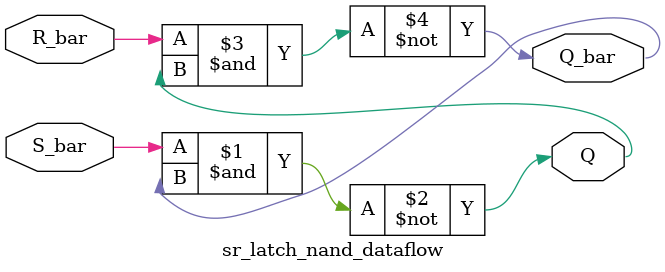
<source format=v>
module sr_latch_nand_dataflow (
    output Q, Q_bar,
    input S_bar, R_bar
);

assign Q     = ~(S_bar & Q_bar); 
assign Q_bar = ~(R_bar & Q);   

endmodule
</source>
